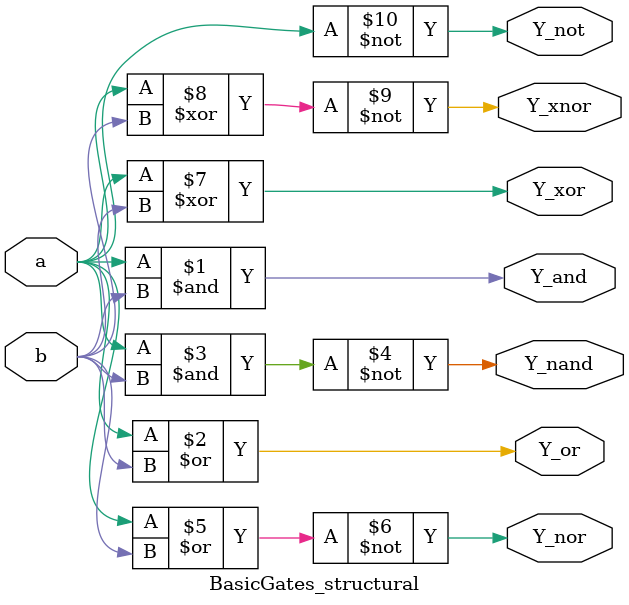
<source format=v>
module BasicGates_structural(a,b,Y_and,Y_or,Y_not,Y_nand,Y_nor,Y_xor,Y_xnor);
  input a,b;
  output Y_and,Y_or,Y_not,Y_nand,Y_nor,Y_xor,Y_xnor;
  and g1(Y_and,a,b);
  or g2(Y_or,a,b);
  not g3(Y_not,a);
  nand g4(Y_nand,a,b);
  nor g5(Y_nor,a,b);
  xor g6(Y_xor,a,b);
  xnor g7(Y_xnor,a,b);
endmodule

</source>
